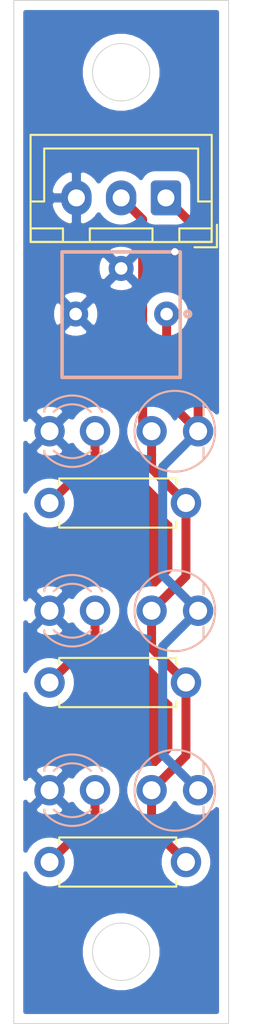
<source format=kicad_pcb>
(kicad_pcb (version 20171130) (host pcbnew "(5.1.8)-1")

  (general
    (thickness 1.6)
    (drawings 6)
    (tracks 30)
    (zones 0)
    (modules 11)
    (nets 7)
  )

  (page A4)
  (layers
    (0 F.Cu signal)
    (31 B.Cu signal)
    (32 B.Adhes user)
    (33 F.Adhes user)
    (34 B.Paste user)
    (35 F.Paste user)
    (36 B.SilkS user)
    (37 F.SilkS user)
    (38 B.Mask user)
    (39 F.Mask user)
    (40 Dwgs.User user)
    (41 Cmts.User user)
    (42 Eco1.User user)
    (43 Eco2.User user)
    (44 Edge.Cuts user)
    (45 Margin user)
    (46 B.CrtYd user)
    (47 F.CrtYd user)
    (48 B.Fab user)
    (49 F.Fab user)
  )

  (setup
    (last_trace_width 0.5)
    (user_trace_width 0.5)
    (trace_clearance 0.2)
    (zone_clearance 0.508)
    (zone_45_only no)
    (trace_min 0.2)
    (via_size 0.8)
    (via_drill 0.4)
    (via_min_size 0.4)
    (via_min_drill 0.3)
    (uvia_size 0.3)
    (uvia_drill 0.1)
    (uvias_allowed no)
    (uvia_min_size 0.2)
    (uvia_min_drill 0.1)
    (edge_width 0.05)
    (segment_width 0.2)
    (pcb_text_width 0.3)
    (pcb_text_size 1.5 1.5)
    (mod_edge_width 0.12)
    (mod_text_size 1 1)
    (mod_text_width 0.15)
    (pad_size 1.4 1.4)
    (pad_drill 0.7)
    (pad_to_mask_clearance 0)
    (aux_axis_origin 0 0)
    (visible_elements FFFFFF7F)
    (pcbplotparams
      (layerselection 0x010fc_ffffffff)
      (usegerberextensions false)
      (usegerberattributes true)
      (usegerberadvancedattributes true)
      (creategerberjobfile true)
      (excludeedgelayer true)
      (linewidth 0.100000)
      (plotframeref false)
      (viasonmask false)
      (mode 1)
      (useauxorigin false)
      (hpglpennumber 1)
      (hpglpenspeed 20)
      (hpglpendiameter 15.000000)
      (psnegative false)
      (psa4output false)
      (plotreference true)
      (plotvalue true)
      (plotinvisibletext false)
      (padsonsilk false)
      (subtractmaskfromsilk false)
      (outputformat 1)
      (mirror false)
      (drillshape 1)
      (scaleselection 1)
      (outputdirectory ""))
  )

  (net 0 "")
  (net 1 "Net-(D1-Pad1)")
  (net 2 "Net-(D1-Pad2)")
  (net 3 "Net-(D2-Pad2)")
  (net 4 "Net-(D3-Pad2)")
  (net 5 "Net-(J1-Pad1)")
  (net 6 "Net-(J1-Pad2)")

  (net_class Default "This is the default net class."
    (clearance 0.2)
    (trace_width 0.25)
    (via_dia 0.8)
    (via_drill 0.4)
    (uvia_dia 0.3)
    (uvia_drill 0.1)
    (add_net "Net-(D1-Pad1)")
    (add_net "Net-(D1-Pad2)")
    (add_net "Net-(D2-Pad2)")
    (add_net "Net-(D3-Pad2)")
    (add_net "Net-(J1-Pad1)")
    (add_net "Net-(J1-Pad2)")
  )

  (module LED_THT:LED_D3.0mm_Clear (layer B.Cu) (tedit 6091F221) (tstamp 609249EB)
    (at 122 128)
    (descr "IR-LED, diameter 3.0mm, 2 pins, color: clear")
    (tags "IR infrared LED diameter 3.0mm 2 pins clear")
    (path /6090405E)
    (fp_text reference D1 (at 1.27 2.96) (layer Cmts.User)
      (effects (font (size 1 1) (thickness 0.15)) (justify mirror))
    )
    (fp_text value LED (at 1.27 -2.96) (layer B.Fab)
      (effects (font (size 1 1) (thickness 0.15)) (justify mirror))
    )
    (fp_circle (center 1.27 0) (end 2.77 0) (layer B.Fab) (width 0.1))
    (fp_line (start 3.7 2.25) (end -1.15 2.25) (layer B.CrtYd) (width 0.05))
    (fp_line (start 3.7 -2.25) (end 3.7 2.25) (layer B.CrtYd) (width 0.05))
    (fp_line (start -1.15 -2.25) (end 3.7 -2.25) (layer B.CrtYd) (width 0.05))
    (fp_line (start -1.15 2.25) (end -1.15 -2.25) (layer B.CrtYd) (width 0.05))
    (fp_line (start -0.29 -1.08) (end -0.29 -1.236) (layer B.SilkS) (width 0.12))
    (fp_line (start -0.29 1.236) (end -0.29 1.08) (layer B.SilkS) (width 0.12))
    (fp_line (start -0.23 1.16619) (end -0.23 -1.16619) (layer B.Fab) (width 0.1))
    (fp_text user %R (at 1.47 0) (layer B.Fab)
      (effects (font (size 0.8 0.8) (thickness 0.12)) (justify mirror))
    )
    (fp_arc (start 1.27 0) (end -0.23 1.16619) (angle -284.3) (layer B.Fab) (width 0.1))
    (fp_arc (start 1.27 0) (end -0.29 1.235516) (angle -108.8) (layer B.SilkS) (width 0.12))
    (fp_arc (start 1.27 0) (end -0.29 -1.235516) (angle 108.8) (layer B.SilkS) (width 0.12))
    (fp_arc (start 1.27 0) (end 0.229039 1.08) (angle -87.9) (layer B.SilkS) (width 0.12))
    (fp_arc (start 1.27 0) (end 0.229039 -1.08) (angle 87.9) (layer B.SilkS) (width 0.12))
    (pad 1 thru_hole circle (at 0 0) (size 1.7 1.7) (drill 1) (layers *.Cu *.Mask)
      (net 1 "Net-(D1-Pad1)"))
    (pad 2 thru_hole circle (at 2.54 0) (size 1.7 1.7) (drill 1) (layers *.Cu *.Mask)
      (net 2 "Net-(D1-Pad2)"))
    (model ${KISYS3DMOD}/LED_THT.3dshapes/LED_D3.0mm_Clear.wrl
      (at (xyz 0 0 0))
      (scale (xyz 1 1 1))
      (rotate (xyz 0 0 0))
    )
  )

  (module LED_THT:LED_D3.0mm_Clear (layer B.Cu) (tedit 6091F25E) (tstamp 609249FF)
    (at 122 138)
    (descr "IR-LED, diameter 3.0mm, 2 pins, color: clear")
    (tags "IR infrared LED diameter 3.0mm 2 pins clear")
    (path /60905633)
    (fp_text reference D2 (at 1.27 2.96) (layer Cmts.User)
      (effects (font (size 1 1) (thickness 0.15)) (justify mirror))
    )
    (fp_text value LED (at 1.27 -2.96) (layer B.Fab)
      (effects (font (size 1 1) (thickness 0.15)) (justify mirror))
    )
    (fp_arc (start 1.27 0) (end 0.229039 -1.08) (angle 87.9) (layer B.SilkS) (width 0.12))
    (fp_arc (start 1.27 0) (end 0.229039 1.08) (angle -87.9) (layer B.SilkS) (width 0.12))
    (fp_arc (start 1.27 0) (end -0.29 -1.235516) (angle 108.8) (layer B.SilkS) (width 0.12))
    (fp_arc (start 1.27 0) (end -0.29 1.235516) (angle -108.8) (layer B.SilkS) (width 0.12))
    (fp_arc (start 1.27 0) (end -0.23 1.16619) (angle -284.3) (layer B.Fab) (width 0.1))
    (fp_text user %R (at 1.47 0) (layer B.Fab)
      (effects (font (size 0.8 0.8) (thickness 0.12)) (justify mirror))
    )
    (fp_line (start -0.23 1.16619) (end -0.23 -1.16619) (layer B.Fab) (width 0.1))
    (fp_line (start -0.29 1.236) (end -0.29 1.08) (layer B.SilkS) (width 0.12))
    (fp_line (start -0.29 -1.08) (end -0.29 -1.236) (layer B.SilkS) (width 0.12))
    (fp_line (start -1.15 2.25) (end -1.15 -2.25) (layer B.CrtYd) (width 0.05))
    (fp_line (start -1.15 -2.25) (end 3.7 -2.25) (layer B.CrtYd) (width 0.05))
    (fp_line (start 3.7 -2.25) (end 3.7 2.25) (layer B.CrtYd) (width 0.05))
    (fp_line (start 3.7 2.25) (end -1.15 2.25) (layer B.CrtYd) (width 0.05))
    (fp_circle (center 1.27 0) (end 2.77 0) (layer B.Fab) (width 0.1))
    (pad 2 thru_hole circle (at 2.54 0) (size 1.7 1.7) (drill 1) (layers *.Cu *.Mask)
      (net 3 "Net-(D2-Pad2)"))
    (pad 1 thru_hole circle (at 0 0) (size 1.7 1.7) (drill 1) (layers *.Cu *.Mask)
      (net 1 "Net-(D1-Pad1)"))
    (model ${KISYS3DMOD}/LED_THT.3dshapes/LED_D3.0mm_Clear.wrl
      (at (xyz 0 0 0))
      (scale (xyz 1 1 1))
      (rotate (xyz 0 0 0))
    )
  )

  (module LED_THT:LED_D3.0mm_Clear (layer B.Cu) (tedit 6091F28E) (tstamp 60924A13)
    (at 122 148)
    (descr "IR-LED, diameter 3.0mm, 2 pins, color: clear")
    (tags "IR infrared LED diameter 3.0mm 2 pins clear")
    (path /6093699B)
    (fp_text reference D3 (at 1.27 2.96) (layer Cmts.User)
      (effects (font (size 1 1) (thickness 0.15)) (justify mirror))
    )
    (fp_text value LED (at 1.27 -2.96) (layer B.Fab)
      (effects (font (size 1 1) (thickness 0.15)) (justify mirror))
    )
    (fp_circle (center 1.27 0) (end 2.77 0) (layer B.Fab) (width 0.1))
    (fp_line (start 3.7 2.25) (end -1.15 2.25) (layer B.CrtYd) (width 0.05))
    (fp_line (start 3.7 -2.25) (end 3.7 2.25) (layer B.CrtYd) (width 0.05))
    (fp_line (start -1.15 -2.25) (end 3.7 -2.25) (layer B.CrtYd) (width 0.05))
    (fp_line (start -1.15 2.25) (end -1.15 -2.25) (layer B.CrtYd) (width 0.05))
    (fp_line (start -0.29 -1.08) (end -0.29 -1.236) (layer B.SilkS) (width 0.12))
    (fp_line (start -0.29 1.236) (end -0.29 1.08) (layer B.SilkS) (width 0.12))
    (fp_line (start -0.23 1.16619) (end -0.23 -1.16619) (layer B.Fab) (width 0.1))
    (fp_text user %R (at 1.47 0) (layer B.Fab)
      (effects (font (size 0.8 0.8) (thickness 0.12)) (justify mirror))
    )
    (fp_arc (start 1.27 0) (end -0.23 1.16619) (angle -284.3) (layer B.Fab) (width 0.1))
    (fp_arc (start 1.27 0) (end -0.29 1.235516) (angle -108.8) (layer B.SilkS) (width 0.12))
    (fp_arc (start 1.27 0) (end -0.29 -1.235516) (angle 108.8) (layer B.SilkS) (width 0.12))
    (fp_arc (start 1.27 0) (end 0.229039 1.08) (angle -87.9) (layer B.SilkS) (width 0.12))
    (fp_arc (start 1.27 0) (end 0.229039 -1.08) (angle 87.9) (layer B.SilkS) (width 0.12))
    (pad 1 thru_hole circle (at 0 0) (size 1.7 1.7) (drill 1) (layers *.Cu *.Mask)
      (net 1 "Net-(D1-Pad1)"))
    (pad 2 thru_hole circle (at 2.54 0) (size 1.7 1.7) (drill 1) (layers *.Cu *.Mask)
      (net 4 "Net-(D3-Pad2)"))
    (model ${KISYS3DMOD}/LED_THT.3dshapes/LED_D3.0mm_Clear.wrl
      (at (xyz 0 0 0))
      (scale (xyz 1 1 1))
      (rotate (xyz 0 0 0))
    )
  )

  (module Connector_JST:JST_XH_B3B-XH-A_1x03_P2.50mm_Vertical (layer F.Cu) (tedit 5C28146C) (tstamp 60924A3D)
    (at 128.5 115 180)
    (descr "JST XH series connector, B3B-XH-A (http://www.jst-mfg.com/product/pdf/eng/eXH.pdf), generated with kicad-footprint-generator")
    (tags "connector JST XH vertical")
    (path /60908B7C)
    (fp_text reference J1 (at 2.5 -3.55) (layer Cmts.User)
      (effects (font (size 1 1) (thickness 0.15)))
    )
    (fp_text value Conn_01x03_Male (at 2.5 4.6) (layer F.Fab)
      (effects (font (size 1 1) (thickness 0.15)))
    )
    (fp_line (start -2.85 -2.75) (end -2.85 -1.5) (layer F.SilkS) (width 0.12))
    (fp_line (start -1.6 -2.75) (end -2.85 -2.75) (layer F.SilkS) (width 0.12))
    (fp_line (start 6.8 2.75) (end 2.5 2.75) (layer F.SilkS) (width 0.12))
    (fp_line (start 6.8 -0.2) (end 6.8 2.75) (layer F.SilkS) (width 0.12))
    (fp_line (start 7.55 -0.2) (end 6.8 -0.2) (layer F.SilkS) (width 0.12))
    (fp_line (start -1.8 2.75) (end 2.5 2.75) (layer F.SilkS) (width 0.12))
    (fp_line (start -1.8 -0.2) (end -1.8 2.75) (layer F.SilkS) (width 0.12))
    (fp_line (start -2.55 -0.2) (end -1.8 -0.2) (layer F.SilkS) (width 0.12))
    (fp_line (start 7.55 -2.45) (end 5.75 -2.45) (layer F.SilkS) (width 0.12))
    (fp_line (start 7.55 -1.7) (end 7.55 -2.45) (layer F.SilkS) (width 0.12))
    (fp_line (start 5.75 -1.7) (end 7.55 -1.7) (layer F.SilkS) (width 0.12))
    (fp_line (start 5.75 -2.45) (end 5.75 -1.7) (layer F.SilkS) (width 0.12))
    (fp_line (start -0.75 -2.45) (end -2.55 -2.45) (layer F.SilkS) (width 0.12))
    (fp_line (start -0.75 -1.7) (end -0.75 -2.45) (layer F.SilkS) (width 0.12))
    (fp_line (start -2.55 -1.7) (end -0.75 -1.7) (layer F.SilkS) (width 0.12))
    (fp_line (start -2.55 -2.45) (end -2.55 -1.7) (layer F.SilkS) (width 0.12))
    (fp_line (start 4.25 -2.45) (end 0.75 -2.45) (layer F.SilkS) (width 0.12))
    (fp_line (start 4.25 -1.7) (end 4.25 -2.45) (layer F.SilkS) (width 0.12))
    (fp_line (start 0.75 -1.7) (end 4.25 -1.7) (layer F.SilkS) (width 0.12))
    (fp_line (start 0.75 -2.45) (end 0.75 -1.7) (layer F.SilkS) (width 0.12))
    (fp_line (start 0 -1.35) (end 0.625 -2.35) (layer F.Fab) (width 0.1))
    (fp_line (start -0.625 -2.35) (end 0 -1.35) (layer F.Fab) (width 0.1))
    (fp_line (start 7.95 -2.85) (end -2.95 -2.85) (layer F.CrtYd) (width 0.05))
    (fp_line (start 7.95 3.9) (end 7.95 -2.85) (layer F.CrtYd) (width 0.05))
    (fp_line (start -2.95 3.9) (end 7.95 3.9) (layer F.CrtYd) (width 0.05))
    (fp_line (start -2.95 -2.85) (end -2.95 3.9) (layer F.CrtYd) (width 0.05))
    (fp_line (start 7.56 -2.46) (end -2.56 -2.46) (layer F.SilkS) (width 0.12))
    (fp_line (start 7.56 3.51) (end 7.56 -2.46) (layer F.SilkS) (width 0.12))
    (fp_line (start -2.56 3.51) (end 7.56 3.51) (layer F.SilkS) (width 0.12))
    (fp_line (start -2.56 -2.46) (end -2.56 3.51) (layer F.SilkS) (width 0.12))
    (fp_line (start 7.45 -2.35) (end -2.45 -2.35) (layer F.Fab) (width 0.1))
    (fp_line (start 7.45 3.4) (end 7.45 -2.35) (layer F.Fab) (width 0.1))
    (fp_line (start -2.45 3.4) (end 7.45 3.4) (layer F.Fab) (width 0.1))
    (fp_line (start -2.45 -2.35) (end -2.45 3.4) (layer F.Fab) (width 0.1))
    (fp_text user %R (at 2.5 2.7) (layer F.Fab)
      (effects (font (size 1 1) (thickness 0.15)))
    )
    (pad 1 thru_hole roundrect (at 0 0 180) (size 1.7 1.95) (drill 0.95) (layers *.Cu *.Mask) (roundrect_rratio 0.147059)
      (net 5 "Net-(J1-Pad1)"))
    (pad 2 thru_hole oval (at 2.5 0 180) (size 1.7 1.95) (drill 0.95) (layers *.Cu *.Mask)
      (net 6 "Net-(J1-Pad2)"))
    (pad 3 thru_hole oval (at 5 0 180) (size 1.7 1.95) (drill 0.95) (layers *.Cu *.Mask)
      (net 1 "Net-(D1-Pad1)"))
    (model ${KISYS3DMOD}/Connector_JST.3dshapes/JST_XH_B3B-XH-A_1x03_P2.50mm_Vertical.wrl
      (at (xyz 0 0 0))
      (scale (xyz 1 1 1))
      (rotate (xyz 0 0 0))
    )
  )

  (module NJL7502L:NJL7502L (layer B.Cu) (tedit 60908D57) (tstamp 60924A46)
    (at 129 128)
    (path /608FE2AD)
    (fp_text reference Q1 (at 0.2 3) (layer Cmts.User)
      (effects (font (size 1 1) (thickness 0.15)) (justify mirror))
    )
    (fp_text value Q_Photo_NPN (at 0 4.3) (layer B.Fab)
      (effects (font (size 1 1) (thickness 0.15)) (justify mirror))
    )
    (fp_line (start 1.6 -1.5) (end 1.6 -0.9) (layer B.SilkS) (width 0.12))
    (fp_line (start 1.6 1.5) (end 1.6 0.9) (layer B.SilkS) (width 0.12))
    (fp_circle (center 0 0) (end 2.25 0) (layer B.SilkS) (width 0.12))
    (pad 2 thru_hole circle (at 1.3 0) (size 1.7 1.7) (drill 1) (layers *.Cu *.Mask)
      (net 5 "Net-(J1-Pad1)"))
    (pad 1 thru_hole circle (at -1.3 0) (size 1.7 1.7) (drill 1) (layers *.Cu *.Mask)
      (net 6 "Net-(J1-Pad2)"))
  )

  (module NJL7502L:NJL7502L (layer B.Cu) (tedit 60908D57) (tstamp 60924A4F)
    (at 129 138)
    (path /608FF5D7)
    (fp_text reference Q2 (at 0.2 3) (layer Cmts.User)
      (effects (font (size 1 1) (thickness 0.15)) (justify mirror))
    )
    (fp_text value Q_Photo_NPN (at 0 4.3) (layer B.Fab)
      (effects (font (size 1 1) (thickness 0.15)) (justify mirror))
    )
    (fp_circle (center 0 0) (end 2.25 0) (layer B.SilkS) (width 0.12))
    (fp_line (start 1.6 1.5) (end 1.6 0.9) (layer B.SilkS) (width 0.12))
    (fp_line (start 1.6 -1.5) (end 1.6 -0.9) (layer B.SilkS) (width 0.12))
    (pad 1 thru_hole circle (at -1.3 0) (size 1.7 1.7) (drill 1) (layers *.Cu *.Mask)
      (net 6 "Net-(J1-Pad2)"))
    (pad 2 thru_hole circle (at 1.3 0) (size 1.7 1.7) (drill 1) (layers *.Cu *.Mask)
      (net 5 "Net-(J1-Pad1)"))
  )

  (module NJL7502L:NJL7502L (layer B.Cu) (tedit 60908D57) (tstamp 60924A58)
    (at 129 148)
    (path /6093698F)
    (fp_text reference Q3 (at 0.2 3) (layer Cmts.User)
      (effects (font (size 1 1) (thickness 0.15)) (justify mirror))
    )
    (fp_text value Q_Photo_NPN (at 0 4.3) (layer B.Fab)
      (effects (font (size 1 1) (thickness 0.15)) (justify mirror))
    )
    (fp_line (start 1.6 -1.5) (end 1.6 -0.9) (layer B.SilkS) (width 0.12))
    (fp_line (start 1.6 1.5) (end 1.6 0.9) (layer B.SilkS) (width 0.12))
    (fp_circle (center 0 0) (end 2.25 0) (layer B.SilkS) (width 0.12))
    (pad 2 thru_hole circle (at 1.3 0) (size 1.7 1.7) (drill 1) (layers *.Cu *.Mask)
      (net 5 "Net-(J1-Pad1)"))
    (pad 1 thru_hole circle (at -1.3 0) (size 1.7 1.7) (drill 1) (layers *.Cu *.Mask)
      (net 6 "Net-(J1-Pad2)"))
  )

  (module Resistor_THT:R_Axial_DIN0207_L6.3mm_D2.5mm_P7.62mm_Horizontal (layer F.Cu) (tedit 6091F244) (tstamp 60924A6F)
    (at 122 132)
    (descr "Resistor, Axial_DIN0207 series, Axial, Horizontal, pin pitch=7.62mm, 0.25W = 1/4W, length*diameter=6.3*2.5mm^2, http://cdn-reichelt.de/documents/datenblatt/B400/1_4W%23YAG.pdf")
    (tags "Resistor Axial_DIN0207 series Axial Horizontal pin pitch 7.62mm 0.25W = 1/4W length 6.3mm diameter 2.5mm")
    (path /6090C669)
    (fp_text reference R1 (at 3.81 -2.37) (layer Cmts.User)
      (effects (font (size 1 1) (thickness 0.15)))
    )
    (fp_text value R (at 3.81 2.37) (layer F.Fab)
      (effects (font (size 1 1) (thickness 0.15)))
    )
    (fp_line (start 8.67 -1.5) (end -1.05 -1.5) (layer F.CrtYd) (width 0.05))
    (fp_line (start 8.67 1.5) (end 8.67 -1.5) (layer F.CrtYd) (width 0.05))
    (fp_line (start -1.05 1.5) (end 8.67 1.5) (layer F.CrtYd) (width 0.05))
    (fp_line (start -1.05 -1.5) (end -1.05 1.5) (layer F.CrtYd) (width 0.05))
    (fp_line (start 7.08 1.37) (end 7.08 1.04) (layer F.SilkS) (width 0.12))
    (fp_line (start 0.54 1.37) (end 7.08 1.37) (layer F.SilkS) (width 0.12))
    (fp_line (start 0.54 1.04) (end 0.54 1.37) (layer F.SilkS) (width 0.12))
    (fp_line (start 7.08 -1.37) (end 7.08 -1.04) (layer F.SilkS) (width 0.12))
    (fp_line (start 0.54 -1.37) (end 7.08 -1.37) (layer F.SilkS) (width 0.12))
    (fp_line (start 0.54 -1.04) (end 0.54 -1.37) (layer F.SilkS) (width 0.12))
    (fp_line (start 7.62 0) (end 6.96 0) (layer F.Fab) (width 0.1))
    (fp_line (start 0 0) (end 0.66 0) (layer F.Fab) (width 0.1))
    (fp_line (start 6.96 -1.25) (end 0.66 -1.25) (layer F.Fab) (width 0.1))
    (fp_line (start 6.96 1.25) (end 6.96 -1.25) (layer F.Fab) (width 0.1))
    (fp_line (start 0.66 1.25) (end 6.96 1.25) (layer F.Fab) (width 0.1))
    (fp_line (start 0.66 -1.25) (end 0.66 1.25) (layer F.Fab) (width 0.1))
    (fp_text user %R (at 3.81 0) (layer F.Fab)
      (effects (font (size 1 1) (thickness 0.15)))
    )
    (pad 1 thru_hole circle (at 0 0) (size 1.7 1.7) (drill 1) (layers *.Cu *.Mask)
      (net 2 "Net-(D1-Pad2)"))
    (pad 2 thru_hole circle (at 7.62 0) (size 1.7 1.7) (drill 1) (layers *.Cu *.Mask)
      (net 6 "Net-(J1-Pad2)"))
    (model ${KISYS3DMOD}/Resistor_THT.3dshapes/R_Axial_DIN0207_L6.3mm_D2.5mm_P7.62mm_Horizontal.wrl
      (at (xyz 0 0 0))
      (scale (xyz 1 1 1))
      (rotate (xyz 0 0 0))
    )
  )

  (module Resistor_THT:R_Axial_DIN0207_L6.3mm_D2.5mm_P7.62mm_Horizontal (layer F.Cu) (tedit 6091F274) (tstamp 60924A86)
    (at 122 142)
    (descr "Resistor, Axial_DIN0207 series, Axial, Horizontal, pin pitch=7.62mm, 0.25W = 1/4W, length*diameter=6.3*2.5mm^2, http://cdn-reichelt.de/documents/datenblatt/B400/1_4W%23YAG.pdf")
    (tags "Resistor Axial_DIN0207 series Axial Horizontal pin pitch 7.62mm 0.25W = 1/4W length 6.3mm diameter 2.5mm")
    (path /6090D60E)
    (fp_text reference R2 (at 3.81 -2.37) (layer Cmts.User)
      (effects (font (size 1 1) (thickness 0.15)))
    )
    (fp_text value R (at 3.81 2.37) (layer F.Fab)
      (effects (font (size 1 1) (thickness 0.15)))
    )
    (fp_text user %R (at 4 0) (layer F.Fab)
      (effects (font (size 1 1) (thickness 0.15)))
    )
    (fp_line (start 0.66 -1.25) (end 0.66 1.25) (layer F.Fab) (width 0.1))
    (fp_line (start 0.66 1.25) (end 6.96 1.25) (layer F.Fab) (width 0.1))
    (fp_line (start 6.96 1.25) (end 6.96 -1.25) (layer F.Fab) (width 0.1))
    (fp_line (start 6.96 -1.25) (end 0.66 -1.25) (layer F.Fab) (width 0.1))
    (fp_line (start 0 0) (end 0.66 0) (layer F.Fab) (width 0.1))
    (fp_line (start 7.62 0) (end 6.96 0) (layer F.Fab) (width 0.1))
    (fp_line (start 0.54 -1.04) (end 0.54 -1.37) (layer F.SilkS) (width 0.12))
    (fp_line (start 0.54 -1.37) (end 7.08 -1.37) (layer F.SilkS) (width 0.12))
    (fp_line (start 7.08 -1.37) (end 7.08 -1.04) (layer F.SilkS) (width 0.12))
    (fp_line (start 0.54 1.04) (end 0.54 1.37) (layer F.SilkS) (width 0.12))
    (fp_line (start 0.54 1.37) (end 7.08 1.37) (layer F.SilkS) (width 0.12))
    (fp_line (start 7.08 1.37) (end 7.08 1.04) (layer F.SilkS) (width 0.12))
    (fp_line (start -1.05 -1.5) (end -1.05 1.5) (layer F.CrtYd) (width 0.05))
    (fp_line (start -1.05 1.5) (end 8.67 1.5) (layer F.CrtYd) (width 0.05))
    (fp_line (start 8.67 1.5) (end 8.67 -1.5) (layer F.CrtYd) (width 0.05))
    (fp_line (start 8.67 -1.5) (end -1.05 -1.5) (layer F.CrtYd) (width 0.05))
    (pad 2 thru_hole circle (at 7.62 0) (size 1.7 1.7) (drill 1) (layers *.Cu *.Mask)
      (net 6 "Net-(J1-Pad2)"))
    (pad 1 thru_hole circle (at 0 0) (size 1.7 1.7) (drill 1) (layers *.Cu *.Mask)
      (net 3 "Net-(D2-Pad2)"))
    (model ${KISYS3DMOD}/Resistor_THT.3dshapes/R_Axial_DIN0207_L6.3mm_D2.5mm_P7.62mm_Horizontal.wrl
      (at (xyz 0 0 0))
      (scale (xyz 1 1 1))
      (rotate (xyz 0 0 0))
    )
  )

  (module Resistor_THT:R_Axial_DIN0207_L6.3mm_D2.5mm_P7.62mm_Horizontal (layer F.Cu) (tedit 6091F2A6) (tstamp 60924A9D)
    (at 122 152)
    (descr "Resistor, Axial_DIN0207 series, Axial, Horizontal, pin pitch=7.62mm, 0.25W = 1/4W, length*diameter=6.3*2.5mm^2, http://cdn-reichelt.de/documents/datenblatt/B400/1_4W%23YAG.pdf")
    (tags "Resistor Axial_DIN0207 series Axial Horizontal pin pitch 7.62mm 0.25W = 1/4W length 6.3mm diameter 2.5mm")
    (path /609369AD)
    (fp_text reference R3 (at 3.81 -2.37) (layer Cmts.User)
      (effects (font (size 1 1) (thickness 0.15)))
    )
    (fp_text value R (at 3.81 2.37) (layer F.Fab)
      (effects (font (size 1 1) (thickness 0.15)))
    )
    (fp_line (start 8.67 -1.5) (end -1.05 -1.5) (layer F.CrtYd) (width 0.05))
    (fp_line (start 8.67 1.5) (end 8.67 -1.5) (layer F.CrtYd) (width 0.05))
    (fp_line (start -1.05 1.5) (end 8.67 1.5) (layer F.CrtYd) (width 0.05))
    (fp_line (start -1.05 -1.5) (end -1.05 1.5) (layer F.CrtYd) (width 0.05))
    (fp_line (start 7.08 1.37) (end 7.08 1.04) (layer F.SilkS) (width 0.12))
    (fp_line (start 0.54 1.37) (end 7.08 1.37) (layer F.SilkS) (width 0.12))
    (fp_line (start 0.54 1.04) (end 0.54 1.37) (layer F.SilkS) (width 0.12))
    (fp_line (start 7.08 -1.37) (end 7.08 -1.04) (layer F.SilkS) (width 0.12))
    (fp_line (start 0.54 -1.37) (end 7.08 -1.37) (layer F.SilkS) (width 0.12))
    (fp_line (start 0.54 -1.04) (end 0.54 -1.37) (layer F.SilkS) (width 0.12))
    (fp_line (start 7.62 0) (end 6.96 0) (layer F.Fab) (width 0.1))
    (fp_line (start 0 0) (end 0.66 0) (layer F.Fab) (width 0.1))
    (fp_line (start 6.96 -1.25) (end 0.66 -1.25) (layer F.Fab) (width 0.1))
    (fp_line (start 6.96 1.25) (end 6.96 -1.25) (layer F.Fab) (width 0.1))
    (fp_line (start 0.66 1.25) (end 6.96 1.25) (layer F.Fab) (width 0.1))
    (fp_line (start 0.66 -1.25) (end 0.66 1.25) (layer F.Fab) (width 0.1))
    (fp_text user %R (at 3.81 0) (layer F.Fab)
      (effects (font (size 1 1) (thickness 0.15)))
    )
    (pad 1 thru_hole circle (at 0 0) (size 1.7 1.7) (drill 1) (layers *.Cu *.Mask)
      (net 4 "Net-(D3-Pad2)"))
    (pad 2 thru_hole circle (at 7.62 0) (size 1.7 1.7) (drill 1) (layers *.Cu *.Mask)
      (net 6 "Net-(J1-Pad2)"))
    (model ${KISYS3DMOD}/Resistor_THT.3dshapes/R_Axial_DIN0207_L6.3mm_D2.5mm_P7.62mm_Horizontal.wrl
      (at (xyz 0 0 0))
      (scale (xyz 1 1 1))
      (rotate (xyz 0 0 0))
    )
  )

  (module SamacSys_Parts:3362P_1 (layer B.Cu) (tedit 6091F2DA) (tstamp 60924AAE)
    (at 126 125 180)
    (descr 3362P)
    (tags Resistor)
    (path /6090F75E)
    (fp_text reference R4 (at -0.36821 2.74963) (layer Cmts.User)
      (effects (font (size 1.27 1.27) (thickness 0.254)) (justify mirror))
    )
    (fp_text value 3362P-1-203LF (at -0.36821 2.74963) (layer B.SilkS) hide
      (effects (font (size 1.27 1.27) (thickness 0.254)) (justify mirror))
    )
    (fp_circle (center -3.722 3.532) (end -3.722 3.475) (layer B.SilkS) (width 0.2))
    (fp_line (start 3.3 6.99) (end -3.3 6.99) (layer B.SilkS) (width 0.2))
    (fp_line (start 3.3 0) (end 3.3 6.99) (layer B.SilkS) (width 0.2))
    (fp_line (start -3.3 0) (end 3.3 0) (layer B.SilkS) (width 0.2))
    (fp_line (start -3.3 6.99) (end -3.3 0) (layer B.SilkS) (width 0.2))
    (fp_line (start -3.3 0) (end -3.3 6.99) (layer B.Fab) (width 0.2))
    (fp_line (start 3.3 0) (end -3.3 0) (layer B.Fab) (width 0.2))
    (fp_line (start 3.3 6.99) (end 3.3 0) (layer B.Fab) (width 0.2))
    (fp_line (start -3.3 6.99) (end 3.3 6.99) (layer B.Fab) (width 0.2))
    (fp_text user %R (at -0.36821 2.74963) (layer B.Fab)
      (effects (font (size 1.27 1.27) (thickness 0.254)) (justify mirror))
    )
    (pad 1 thru_hole circle (at -2.54 3.53 180) (size 1.4 1.4) (drill 0.7) (layers *.Cu *.Mask)
      (net 5 "Net-(J1-Pad1)"))
    (pad 2 thru_hole circle (at 0 6.07 180) (size 1.4 1.4) (drill 0.7) (layers *.Cu *.Mask)
      (net 1 "Net-(D1-Pad1)"))
    (pad 3 thru_hole circle (at 2.54 3.53 180) (size 1.4 1.4) (drill 0.7) (layers *.Cu *.Mask)
      (net 1 "Net-(D1-Pad1)"))
    (model "C:\\Users\\Mitsuyoshi Sugaya\\Documents\\kicad\\SamacSys_Parts.3dshapes\\3362P-1-203LF.stp"
      (at (xyz 0 0 0))
      (scale (xyz 1 1 1))
      (rotate (xyz 0 0 0))
    )
  )

  (gr_circle (center 126 157) (end 126 155.4) (layer Edge.Cuts) (width 0.05))
  (gr_circle (center 126 108) (end 126 106.4) (layer Edge.Cuts) (width 0.05))
  (gr_line (start 132 104) (end 120 104) (layer Edge.Cuts) (width 0.05) (tstamp 6092483F))
  (gr_line (start 132 161) (end 132 104) (layer Edge.Cuts) (width 0.05))
  (gr_line (start 120 161) (end 132 161) (layer Edge.Cuts) (width 0.05))
  (gr_line (start 120 104) (end 120 161) (layer Edge.Cuts) (width 0.05))

  (via (at 129 118) (size 0.8) (drill 0.4) (layers F.Cu B.Cu) (net 1))
  (segment (start 124.54 129.46) (end 122 132) (width 0.5) (layer F.Cu) (net 2))
  (segment (start 124.54 128) (end 124.54 129.46) (width 0.5) (layer F.Cu) (net 2))
  (segment (start 124.54 139.46) (end 122 142) (width 0.5) (layer F.Cu) (net 3))
  (segment (start 124.54 138) (end 124.54 139.46) (width 0.5) (layer F.Cu) (net 3))
  (segment (start 124.54 149.46) (end 122 152) (width 0.5) (layer F.Cu) (net 4))
  (segment (start 124.54 148) (end 124.54 149.46) (width 0.5) (layer F.Cu) (net 4))
  (segment (start 128.319999 139.980001) (end 130.3 138) (width 0.5) (layer B.Cu) (net 5))
  (segment (start 128.319999 146.019999) (end 128.319999 139.980001) (width 0.5) (layer B.Cu) (net 5))
  (segment (start 130.3 148) (end 128.319999 146.019999) (width 0.5) (layer B.Cu) (net 5))
  (segment (start 128.319999 129.980001) (end 130.3 128) (width 0.5) (layer B.Cu) (net 5))
  (segment (start 128.319999 136.019999) (end 128.319999 129.980001) (width 0.5) (layer B.Cu) (net 5))
  (segment (start 130.3 138) (end 128.319999 136.019999) (width 0.5) (layer B.Cu) (net 5))
  (segment (start 128.54 126.24) (end 130.3 128) (width 0.5) (layer F.Cu) (net 5))
  (segment (start 128.54 121.47) (end 128.54 126.24) (width 0.5) (layer F.Cu) (net 5))
  (segment (start 130.3 116.8) (end 128.5 115) (width 0.5) (layer F.Cu) (net 5))
  (segment (start 130.3 128) (end 130.3 116.8) (width 0.5) (layer F.Cu) (net 5))
  (segment (start 127.7 130.08) (end 129.62 132) (width 0.5) (layer F.Cu) (net 6))
  (segment (start 127.7 128) (end 127.7 130.08) (width 0.5) (layer F.Cu) (net 6))
  (segment (start 129.62 136.08) (end 127.7 138) (width 0.5) (layer F.Cu) (net 6))
  (segment (start 129.62 132) (end 129.62 136.08) (width 0.5) (layer F.Cu) (net 6))
  (segment (start 127.7 140.08) (end 129.62 142) (width 0.5) (layer F.Cu) (net 6))
  (segment (start 127.7 138) (end 127.7 140.08) (width 0.5) (layer F.Cu) (net 6))
  (segment (start 129.62 146.08) (end 127.7 148) (width 0.5) (layer F.Cu) (net 6))
  (segment (start 129.62 142) (end 129.62 146.08) (width 0.5) (layer F.Cu) (net 6))
  (segment (start 127.7 150.08) (end 129.62 152) (width 0.5) (layer F.Cu) (net 6))
  (segment (start 127.7 148) (end 127.7 150.08) (width 0.5) (layer F.Cu) (net 6))
  (segment (start 127.19999 116.19999) (end 126 115) (width 0.5) (layer F.Cu) (net 6))
  (segment (start 127.19999 127.49999) (end 127.19999 116.19999) (width 0.5) (layer F.Cu) (net 6))
  (segment (start 127.7 128) (end 127.19999 127.49999) (width 0.5) (layer F.Cu) (net 6))

  (zone (net 1) (net_name "Net-(D1-Pad1)") (layer B.Cu) (tstamp 0) (hatch edge 0.508)
    (connect_pads (clearance 0.508))
    (min_thickness 0.254)
    (fill yes (arc_segments 32) (thermal_gap 0.508) (thermal_bridge_width 0.508))
    (polygon
      (pts
        (xy 132 161) (xy 120 161) (xy 120 104) (xy 132 104)
      )
    )
    (filled_polygon
      (pts
        (xy 131.340001 126.939894) (xy 131.246632 126.846525) (xy 131.003411 126.68401) (xy 130.733158 126.572068) (xy 130.44626 126.515)
        (xy 130.15374 126.515) (xy 129.866842 126.572068) (xy 129.596589 126.68401) (xy 129.353368 126.846525) (xy 129.146525 127.053368)
        (xy 129 127.272658) (xy 128.853475 127.053368) (xy 128.646632 126.846525) (xy 128.403411 126.68401) (xy 128.133158 126.572068)
        (xy 127.84626 126.515) (xy 127.55374 126.515) (xy 127.266842 126.572068) (xy 126.996589 126.68401) (xy 126.753368 126.846525)
        (xy 126.546525 127.053368) (xy 126.38401 127.296589) (xy 126.272068 127.566842) (xy 126.215 127.85374) (xy 126.215 128.14626)
        (xy 126.272068 128.433158) (xy 126.38401 128.703411) (xy 126.546525 128.946632) (xy 126.753368 129.153475) (xy 126.996589 129.31599)
        (xy 127.266842 129.427932) (xy 127.55374 129.485) (xy 127.581362 129.485) (xy 127.580589 129.485942) (xy 127.498411 129.639688)
        (xy 127.447804 129.806511) (xy 127.430718 129.980001) (xy 127.435 130.02348) (xy 127.434999 135.97653) (xy 127.430718 136.019999)
        (xy 127.434999 136.063468) (xy 127.434999 136.063475) (xy 127.447804 136.193488) (xy 127.49841 136.360311) (xy 127.580588 136.514057)
        (xy 127.581362 136.515) (xy 127.55374 136.515) (xy 127.266842 136.572068) (xy 126.996589 136.68401) (xy 126.753368 136.846525)
        (xy 126.546525 137.053368) (xy 126.38401 137.296589) (xy 126.272068 137.566842) (xy 126.215 137.85374) (xy 126.215 138.14626)
        (xy 126.272068 138.433158) (xy 126.38401 138.703411) (xy 126.546525 138.946632) (xy 126.753368 139.153475) (xy 126.996589 139.31599)
        (xy 127.266842 139.427932) (xy 127.55374 139.485) (xy 127.581362 139.485) (xy 127.580589 139.485942) (xy 127.498411 139.639688)
        (xy 127.447804 139.806511) (xy 127.430718 139.980001) (xy 127.435 140.02348) (xy 127.434999 145.97653) (xy 127.430718 146.019999)
        (xy 127.434999 146.063468) (xy 127.434999 146.063475) (xy 127.447804 146.193488) (xy 127.49841 146.360311) (xy 127.580588 146.514057)
        (xy 127.581362 146.515) (xy 127.55374 146.515) (xy 127.266842 146.572068) (xy 126.996589 146.68401) (xy 126.753368 146.846525)
        (xy 126.546525 147.053368) (xy 126.38401 147.296589) (xy 126.272068 147.566842) (xy 126.215 147.85374) (xy 126.215 148.14626)
        (xy 126.272068 148.433158) (xy 126.38401 148.703411) (xy 126.546525 148.946632) (xy 126.753368 149.153475) (xy 126.996589 149.31599)
        (xy 127.266842 149.427932) (xy 127.55374 149.485) (xy 127.84626 149.485) (xy 128.133158 149.427932) (xy 128.403411 149.31599)
        (xy 128.646632 149.153475) (xy 128.853475 148.946632) (xy 129 148.727342) (xy 129.146525 148.946632) (xy 129.353368 149.153475)
        (xy 129.596589 149.31599) (xy 129.866842 149.427932) (xy 130.15374 149.485) (xy 130.44626 149.485) (xy 130.733158 149.427932)
        (xy 131.003411 149.31599) (xy 131.246632 149.153475) (xy 131.34 149.060107) (xy 131.34 160.34) (xy 120.66 160.34)
        (xy 120.66 156.776521) (xy 123.730979 156.776521) (xy 123.730979 157.223479) (xy 123.818176 157.661849) (xy 123.98922 158.074785)
        (xy 124.237536 158.446417) (xy 124.553583 158.762464) (xy 124.925215 159.01078) (xy 125.338151 159.181824) (xy 125.776521 159.269021)
        (xy 126.223479 159.269021) (xy 126.661849 159.181824) (xy 127.074785 159.01078) (xy 127.446417 158.762464) (xy 127.762464 158.446417)
        (xy 128.01078 158.074785) (xy 128.181824 157.661849) (xy 128.269021 157.223479) (xy 128.269021 156.776521) (xy 128.181824 156.338151)
        (xy 128.01078 155.925215) (xy 127.762464 155.553583) (xy 127.446417 155.237536) (xy 127.074785 154.98922) (xy 126.661849 154.818176)
        (xy 126.223479 154.730979) (xy 125.776521 154.730979) (xy 125.338151 154.818176) (xy 124.925215 154.98922) (xy 124.553583 155.237536)
        (xy 124.237536 155.553583) (xy 123.98922 155.925215) (xy 123.818176 156.338151) (xy 123.730979 156.776521) (xy 120.66 156.776521)
        (xy 120.66 152.645445) (xy 120.68401 152.703411) (xy 120.846525 152.946632) (xy 121.053368 153.153475) (xy 121.296589 153.31599)
        (xy 121.566842 153.427932) (xy 121.85374 153.485) (xy 122.14626 153.485) (xy 122.433158 153.427932) (xy 122.703411 153.31599)
        (xy 122.946632 153.153475) (xy 123.153475 152.946632) (xy 123.31599 152.703411) (xy 123.427932 152.433158) (xy 123.485 152.14626)
        (xy 123.485 151.85374) (xy 128.135 151.85374) (xy 128.135 152.14626) (xy 128.192068 152.433158) (xy 128.30401 152.703411)
        (xy 128.466525 152.946632) (xy 128.673368 153.153475) (xy 128.916589 153.31599) (xy 129.186842 153.427932) (xy 129.47374 153.485)
        (xy 129.76626 153.485) (xy 130.053158 153.427932) (xy 130.323411 153.31599) (xy 130.566632 153.153475) (xy 130.773475 152.946632)
        (xy 130.93599 152.703411) (xy 131.047932 152.433158) (xy 131.105 152.14626) (xy 131.105 151.85374) (xy 131.047932 151.566842)
        (xy 130.93599 151.296589) (xy 130.773475 151.053368) (xy 130.566632 150.846525) (xy 130.323411 150.68401) (xy 130.053158 150.572068)
        (xy 129.76626 150.515) (xy 129.47374 150.515) (xy 129.186842 150.572068) (xy 128.916589 150.68401) (xy 128.673368 150.846525)
        (xy 128.466525 151.053368) (xy 128.30401 151.296589) (xy 128.192068 151.566842) (xy 128.135 151.85374) (xy 123.485 151.85374)
        (xy 123.427932 151.566842) (xy 123.31599 151.296589) (xy 123.153475 151.053368) (xy 122.946632 150.846525) (xy 122.703411 150.68401)
        (xy 122.433158 150.572068) (xy 122.14626 150.515) (xy 121.85374 150.515) (xy 121.566842 150.572068) (xy 121.296589 150.68401)
        (xy 121.053368 150.846525) (xy 120.846525 151.053368) (xy 120.68401 151.296589) (xy 120.66 151.354555) (xy 120.66 149.028397)
        (xy 121.151208 149.028397) (xy 121.228843 149.277472) (xy 121.492883 149.403371) (xy 121.776411 149.475339) (xy 122.068531 149.490611)
        (xy 122.358019 149.448599) (xy 122.633747 149.350919) (xy 122.771157 149.277472) (xy 122.848792 149.028397) (xy 122 148.179605)
        (xy 121.151208 149.028397) (xy 120.66 149.028397) (xy 120.66 148.654175) (xy 120.722528 148.771157) (xy 120.971603 148.848792)
        (xy 121.820395 148) (xy 122.179605 148) (xy 123.028397 148.848792) (xy 123.270689 148.773271) (xy 123.386525 148.946632)
        (xy 123.593368 149.153475) (xy 123.836589 149.31599) (xy 124.106842 149.427932) (xy 124.39374 149.485) (xy 124.68626 149.485)
        (xy 124.973158 149.427932) (xy 125.243411 149.31599) (xy 125.486632 149.153475) (xy 125.693475 148.946632) (xy 125.85599 148.703411)
        (xy 125.967932 148.433158) (xy 126.025 148.14626) (xy 126.025 147.85374) (xy 125.967932 147.566842) (xy 125.85599 147.296589)
        (xy 125.693475 147.053368) (xy 125.486632 146.846525) (xy 125.243411 146.68401) (xy 124.973158 146.572068) (xy 124.68626 146.515)
        (xy 124.39374 146.515) (xy 124.106842 146.572068) (xy 123.836589 146.68401) (xy 123.593368 146.846525) (xy 123.386525 147.053368)
        (xy 123.270689 147.226729) (xy 123.028397 147.151208) (xy 122.179605 148) (xy 121.820395 148) (xy 120.971603 147.151208)
        (xy 120.722528 147.228843) (xy 120.66 147.359979) (xy 120.66 146.971603) (xy 121.151208 146.971603) (xy 122 147.820395)
        (xy 122.848792 146.971603) (xy 122.771157 146.722528) (xy 122.507117 146.596629) (xy 122.223589 146.524661) (xy 121.931469 146.509389)
        (xy 121.641981 146.551401) (xy 121.366253 146.649081) (xy 121.228843 146.722528) (xy 121.151208 146.971603) (xy 120.66 146.971603)
        (xy 120.66 142.645445) (xy 120.68401 142.703411) (xy 120.846525 142.946632) (xy 121.053368 143.153475) (xy 121.296589 143.31599)
        (xy 121.566842 143.427932) (xy 121.85374 143.485) (xy 122.14626 143.485) (xy 122.433158 143.427932) (xy 122.703411 143.31599)
        (xy 122.946632 143.153475) (xy 123.153475 142.946632) (xy 123.31599 142.703411) (xy 123.427932 142.433158) (xy 123.485 142.14626)
        (xy 123.485 141.85374) (xy 123.427932 141.566842) (xy 123.31599 141.296589) (xy 123.153475 141.053368) (xy 122.946632 140.846525)
        (xy 122.703411 140.68401) (xy 122.433158 140.572068) (xy 122.14626 140.515) (xy 121.85374 140.515) (xy 121.566842 140.572068)
        (xy 121.296589 140.68401) (xy 121.053368 140.846525) (xy 120.846525 141.053368) (xy 120.68401 141.296589) (xy 120.66 141.354555)
        (xy 120.66 139.028397) (xy 121.151208 139.028397) (xy 121.228843 139.277472) (xy 121.492883 139.403371) (xy 121.776411 139.475339)
        (xy 122.068531 139.490611) (xy 122.358019 139.448599) (xy 122.633747 139.350919) (xy 122.771157 139.277472) (xy 122.848792 139.028397)
        (xy 122 138.179605) (xy 121.151208 139.028397) (xy 120.66 139.028397) (xy 120.66 138.654175) (xy 120.722528 138.771157)
        (xy 120.971603 138.848792) (xy 121.820395 138) (xy 122.179605 138) (xy 123.028397 138.848792) (xy 123.270689 138.773271)
        (xy 123.386525 138.946632) (xy 123.593368 139.153475) (xy 123.836589 139.31599) (xy 124.106842 139.427932) (xy 124.39374 139.485)
        (xy 124.68626 139.485) (xy 124.973158 139.427932) (xy 125.243411 139.31599) (xy 125.486632 139.153475) (xy 125.693475 138.946632)
        (xy 125.85599 138.703411) (xy 125.967932 138.433158) (xy 126.025 138.14626) (xy 126.025 137.85374) (xy 125.967932 137.566842)
        (xy 125.85599 137.296589) (xy 125.693475 137.053368) (xy 125.486632 136.846525) (xy 125.243411 136.68401) (xy 124.973158 136.572068)
        (xy 124.68626 136.515) (xy 124.39374 136.515) (xy 124.106842 136.572068) (xy 123.836589 136.68401) (xy 123.593368 136.846525)
        (xy 123.386525 137.053368) (xy 123.270689 137.226729) (xy 123.028397 137.151208) (xy 122.179605 138) (xy 121.820395 138)
        (xy 120.971603 137.151208) (xy 120.722528 137.228843) (xy 120.66 137.359979) (xy 120.66 136.971603) (xy 121.151208 136.971603)
        (xy 122 137.820395) (xy 122.848792 136.971603) (xy 122.771157 136.722528) (xy 122.507117 136.596629) (xy 122.223589 136.524661)
        (xy 121.931469 136.509389) (xy 121.641981 136.551401) (xy 121.366253 136.649081) (xy 121.228843 136.722528) (xy 121.151208 136.971603)
        (xy 120.66 136.971603) (xy 120.66 132.645445) (xy 120.68401 132.703411) (xy 120.846525 132.946632) (xy 121.053368 133.153475)
        (xy 121.296589 133.31599) (xy 121.566842 133.427932) (xy 121.85374 133.485) (xy 122.14626 133.485) (xy 122.433158 133.427932)
        (xy 122.703411 133.31599) (xy 122.946632 133.153475) (xy 123.153475 132.946632) (xy 123.31599 132.703411) (xy 123.427932 132.433158)
        (xy 123.485 132.14626) (xy 123.485 131.85374) (xy 123.427932 131.566842) (xy 123.31599 131.296589) (xy 123.153475 131.053368)
        (xy 122.946632 130.846525) (xy 122.703411 130.68401) (xy 122.433158 130.572068) (xy 122.14626 130.515) (xy 121.85374 130.515)
        (xy 121.566842 130.572068) (xy 121.296589 130.68401) (xy 121.053368 130.846525) (xy 120.846525 131.053368) (xy 120.68401 131.296589)
        (xy 120.66 131.354555) (xy 120.66 129.028397) (xy 121.151208 129.028397) (xy 121.228843 129.277472) (xy 121.492883 129.403371)
        (xy 121.776411 129.475339) (xy 122.068531 129.490611) (xy 122.358019 129.448599) (xy 122.633747 129.350919) (xy 122.771157 129.277472)
        (xy 122.848792 129.028397) (xy 122 128.179605) (xy 121.151208 129.028397) (xy 120.66 129.028397) (xy 120.66 128.654175)
        (xy 120.722528 128.771157) (xy 120.971603 128.848792) (xy 121.820395 128) (xy 122.179605 128) (xy 123.028397 128.848792)
        (xy 123.270689 128.773271) (xy 123.386525 128.946632) (xy 123.593368 129.153475) (xy 123.836589 129.31599) (xy 124.106842 129.427932)
        (xy 124.39374 129.485) (xy 124.68626 129.485) (xy 124.973158 129.427932) (xy 125.243411 129.31599) (xy 125.486632 129.153475)
        (xy 125.693475 128.946632) (xy 125.85599 128.703411) (xy 125.967932 128.433158) (xy 126.025 128.14626) (xy 126.025 127.85374)
        (xy 125.967932 127.566842) (xy 125.85599 127.296589) (xy 125.693475 127.053368) (xy 125.486632 126.846525) (xy 125.243411 126.68401)
        (xy 124.973158 126.572068) (xy 124.68626 126.515) (xy 124.39374 126.515) (xy 124.106842 126.572068) (xy 123.836589 126.68401)
        (xy 123.593368 126.846525) (xy 123.386525 127.053368) (xy 123.270689 127.226729) (xy 123.028397 127.151208) (xy 122.179605 128)
        (xy 121.820395 128) (xy 120.971603 127.151208) (xy 120.722528 127.228843) (xy 120.66 127.359979) (xy 120.66 126.971603)
        (xy 121.151208 126.971603) (xy 122 127.820395) (xy 122.848792 126.971603) (xy 122.771157 126.722528) (xy 122.507117 126.596629)
        (xy 122.223589 126.524661) (xy 121.931469 126.509389) (xy 121.641981 126.551401) (xy 121.366253 126.649081) (xy 121.228843 126.722528)
        (xy 121.151208 126.971603) (xy 120.66 126.971603) (xy 120.66 122.391269) (xy 122.718336 122.391269) (xy 122.777797 122.625037)
        (xy 123.016242 122.735934) (xy 123.27174 122.798183) (xy 123.534473 122.80939) (xy 123.794344 122.769125) (xy 124.041366 122.678935)
        (xy 124.142203 122.625037) (xy 124.201664 122.391269) (xy 123.46 121.649605) (xy 122.718336 122.391269) (xy 120.66 122.391269)
        (xy 120.66 121.544473) (xy 122.12061 121.544473) (xy 122.160875 121.804344) (xy 122.251065 122.051366) (xy 122.304963 122.152203)
        (xy 122.538731 122.211664) (xy 123.280395 121.47) (xy 123.639605 121.47) (xy 124.381269 122.211664) (xy 124.615037 122.152203)
        (xy 124.725934 121.913758) (xy 124.788183 121.65826) (xy 124.79939 121.395527) (xy 124.790557 121.338514) (xy 127.205 121.338514)
        (xy 127.205 121.601486) (xy 127.256304 121.859405) (xy 127.356939 122.102359) (xy 127.503038 122.321013) (xy 127.688987 122.506962)
        (xy 127.907641 122.653061) (xy 128.150595 122.753696) (xy 128.408514 122.805) (xy 128.671486 122.805) (xy 128.929405 122.753696)
        (xy 129.172359 122.653061) (xy 129.391013 122.506962) (xy 129.576962 122.321013) (xy 129.723061 122.102359) (xy 129.823696 121.859405)
        (xy 129.875 121.601486) (xy 129.875 121.338514) (xy 129.823696 121.080595) (xy 129.723061 120.837641) (xy 129.576962 120.618987)
        (xy 129.391013 120.433038) (xy 129.172359 120.286939) (xy 128.929405 120.186304) (xy 128.671486 120.135) (xy 128.408514 120.135)
        (xy 128.150595 120.186304) (xy 127.907641 120.286939) (xy 127.688987 120.433038) (xy 127.503038 120.618987) (xy 127.356939 120.837641)
        (xy 127.256304 121.080595) (xy 127.205 121.338514) (xy 124.790557 121.338514) (xy 124.759125 121.135656) (xy 124.668935 120.888634)
        (xy 124.615037 120.787797) (xy 124.381269 120.728336) (xy 123.639605 121.47) (xy 123.280395 121.47) (xy 122.538731 120.728336)
        (xy 122.304963 120.787797) (xy 122.194066 121.026242) (xy 122.131817 121.28174) (xy 122.12061 121.544473) (xy 120.66 121.544473)
        (xy 120.66 120.548731) (xy 122.718336 120.548731) (xy 123.46 121.290395) (xy 124.201664 120.548731) (xy 124.142203 120.314963)
        (xy 123.903758 120.204066) (xy 123.64826 120.141817) (xy 123.385527 120.13061) (xy 123.125656 120.170875) (xy 122.878634 120.261065)
        (xy 122.777797 120.314963) (xy 122.718336 120.548731) (xy 120.66 120.548731) (xy 120.66 119.851269) (xy 125.258336 119.851269)
        (xy 125.317797 120.085037) (xy 125.556242 120.195934) (xy 125.81174 120.258183) (xy 126.074473 120.26939) (xy 126.334344 120.229125)
        (xy 126.581366 120.138935) (xy 126.682203 120.085037) (xy 126.741664 119.851269) (xy 126 119.109605) (xy 125.258336 119.851269)
        (xy 120.66 119.851269) (xy 120.66 119.004473) (xy 124.66061 119.004473) (xy 124.700875 119.264344) (xy 124.791065 119.511366)
        (xy 124.844963 119.612203) (xy 125.078731 119.671664) (xy 125.820395 118.93) (xy 126.179605 118.93) (xy 126.921269 119.671664)
        (xy 127.155037 119.612203) (xy 127.265934 119.373758) (xy 127.328183 119.11826) (xy 127.33939 118.855527) (xy 127.299125 118.595656)
        (xy 127.208935 118.348634) (xy 127.155037 118.247797) (xy 126.921269 118.188336) (xy 126.179605 118.93) (xy 125.820395 118.93)
        (xy 125.078731 118.188336) (xy 124.844963 118.247797) (xy 124.734066 118.486242) (xy 124.671817 118.74174) (xy 124.66061 119.004473)
        (xy 120.66 119.004473) (xy 120.66 118.008731) (xy 125.258336 118.008731) (xy 126 118.750395) (xy 126.741664 118.008731)
        (xy 126.682203 117.774963) (xy 126.443758 117.664066) (xy 126.18826 117.601817) (xy 125.925527 117.59061) (xy 125.665656 117.630875)
        (xy 125.418634 117.721065) (xy 125.317797 117.774963) (xy 125.258336 118.008731) (xy 120.66 118.008731) (xy 120.66 115.359267)
        (xy 122.03368 115.359267) (xy 122.107558 115.64083) (xy 122.234947 115.90257) (xy 122.410951 116.134429) (xy 122.628807 116.327496)
        (xy 122.880142 116.474352) (xy 123.14311 116.566476) (xy 123.373 116.445155) (xy 123.373 115.127) (xy 122.173835 115.127)
        (xy 122.03368 115.359267) (xy 120.66 115.359267) (xy 120.66 114.640733) (xy 122.03368 114.640733) (xy 122.173835 114.873)
        (xy 123.373 114.873) (xy 123.373 113.554845) (xy 123.627 113.554845) (xy 123.627 114.873) (xy 123.647 114.873)
        (xy 123.647 115.127) (xy 123.627 115.127) (xy 123.627 116.445155) (xy 123.85689 116.566476) (xy 124.119858 116.474352)
        (xy 124.371193 116.327496) (xy 124.589049 116.134429) (xy 124.745538 115.928278) (xy 124.759294 115.954013) (xy 124.944866 116.180134)
        (xy 125.170986 116.365706) (xy 125.428966 116.503599) (xy 125.708889 116.588513) (xy 126 116.617185) (xy 126.29111 116.588513)
        (xy 126.571033 116.503599) (xy 126.829013 116.365706) (xy 127.055134 116.180134) (xy 127.107223 116.116663) (xy 127.161595 116.218386)
        (xy 127.272038 116.352962) (xy 127.406614 116.463405) (xy 127.56015 116.545472) (xy 127.726746 116.596008) (xy 127.9 116.613072)
        (xy 129.1 116.613072) (xy 129.273254 116.596008) (xy 129.43985 116.545472) (xy 129.593386 116.463405) (xy 129.727962 116.352962)
        (xy 129.838405 116.218386) (xy 129.920472 116.06485) (xy 129.971008 115.898254) (xy 129.988072 115.725) (xy 129.988072 114.275)
        (xy 129.971008 114.101746) (xy 129.920472 113.93515) (xy 129.838405 113.781614) (xy 129.727962 113.647038) (xy 129.593386 113.536595)
        (xy 129.43985 113.454528) (xy 129.273254 113.403992) (xy 129.1 113.386928) (xy 127.9 113.386928) (xy 127.726746 113.403992)
        (xy 127.56015 113.454528) (xy 127.406614 113.536595) (xy 127.272038 113.647038) (xy 127.161595 113.781614) (xy 127.107223 113.883337)
        (xy 127.055134 113.819866) (xy 126.829014 113.634294) (xy 126.571034 113.496401) (xy 126.291111 113.411487) (xy 126 113.382815)
        (xy 125.70889 113.411487) (xy 125.428967 113.496401) (xy 125.170987 113.634294) (xy 124.944866 113.819866) (xy 124.759294 114.045986)
        (xy 124.745538 114.071722) (xy 124.589049 113.865571) (xy 124.371193 113.672504) (xy 124.119858 113.525648) (xy 123.85689 113.433524)
        (xy 123.627 113.554845) (xy 123.373 113.554845) (xy 123.14311 113.433524) (xy 122.880142 113.525648) (xy 122.628807 113.672504)
        (xy 122.410951 113.865571) (xy 122.234947 114.09743) (xy 122.107558 114.35917) (xy 122.03368 114.640733) (xy 120.66 114.640733)
        (xy 120.66 107.776521) (xy 123.730979 107.776521) (xy 123.730979 108.223479) (xy 123.818176 108.661849) (xy 123.98922 109.074785)
        (xy 124.237536 109.446417) (xy 124.553583 109.762464) (xy 124.925215 110.01078) (xy 125.338151 110.181824) (xy 125.776521 110.269021)
        (xy 126.223479 110.269021) (xy 126.661849 110.181824) (xy 127.074785 110.01078) (xy 127.446417 109.762464) (xy 127.762464 109.446417)
        (xy 128.01078 109.074785) (xy 128.181824 108.661849) (xy 128.269021 108.223479) (xy 128.269021 107.776521) (xy 128.181824 107.338151)
        (xy 128.01078 106.925215) (xy 127.762464 106.553583) (xy 127.446417 106.237536) (xy 127.074785 105.98922) (xy 126.661849 105.818176)
        (xy 126.223479 105.730979) (xy 125.776521 105.730979) (xy 125.338151 105.818176) (xy 124.925215 105.98922) (xy 124.553583 106.237536)
        (xy 124.237536 106.553583) (xy 123.98922 106.925215) (xy 123.818176 107.338151) (xy 123.730979 107.776521) (xy 120.66 107.776521)
        (xy 120.66 104.66) (xy 131.340001 104.66)
      )
    )
  )
  (zone (net 1) (net_name "Net-(D1-Pad1)") (layer F.Cu) (tstamp 0) (hatch edge 0.508)
    (connect_pads (clearance 0.508))
    (min_thickness 0.254)
    (fill yes (arc_segments 32) (thermal_gap 0.508) (thermal_bridge_width 0.508))
    (polygon
      (pts
        (xy 132 161) (xy 120 161) (xy 120 104) (xy 132 104)
      )
    )
    (filled_polygon
      (pts
        (xy 131.340001 126.939894) (xy 131.246632 126.846525) (xy 131.185 126.805344) (xy 131.185 116.843465) (xy 131.189281 116.799999)
        (xy 131.185 116.756533) (xy 131.185 116.756523) (xy 131.172195 116.62651) (xy 131.121589 116.459687) (xy 131.039411 116.305941)
        (xy 130.928817 116.171183) (xy 130.895049 116.14347) (xy 129.988072 115.236494) (xy 129.988072 114.275) (xy 129.971008 114.101746)
        (xy 129.920472 113.93515) (xy 129.838405 113.781614) (xy 129.727962 113.647038) (xy 129.593386 113.536595) (xy 129.43985 113.454528)
        (xy 129.273254 113.403992) (xy 129.1 113.386928) (xy 127.9 113.386928) (xy 127.726746 113.403992) (xy 127.56015 113.454528)
        (xy 127.406614 113.536595) (xy 127.272038 113.647038) (xy 127.161595 113.781614) (xy 127.107223 113.883337) (xy 127.055134 113.819866)
        (xy 126.829014 113.634294) (xy 126.571034 113.496401) (xy 126.291111 113.411487) (xy 126 113.382815) (xy 125.70889 113.411487)
        (xy 125.428967 113.496401) (xy 125.170987 113.634294) (xy 124.944866 113.819866) (xy 124.759294 114.045986) (xy 124.745538 114.071722)
        (xy 124.589049 113.865571) (xy 124.371193 113.672504) (xy 124.119858 113.525648) (xy 123.85689 113.433524) (xy 123.627 113.554845)
        (xy 123.627 114.873) (xy 123.647 114.873) (xy 123.647 115.127) (xy 123.627 115.127) (xy 123.627 116.445155)
        (xy 123.85689 116.566476) (xy 124.119858 116.474352) (xy 124.371193 116.327496) (xy 124.589049 116.134429) (xy 124.745538 115.928278)
        (xy 124.759294 115.954013) (xy 124.944866 116.180134) (xy 125.170986 116.365706) (xy 125.428966 116.503599) (xy 125.708889 116.588513)
        (xy 126 116.617185) (xy 126.29111 116.588513) (xy 126.314991 116.581269) (xy 126.314991 117.632693) (xy 126.18826 117.601817)
        (xy 125.925527 117.59061) (xy 125.665656 117.630875) (xy 125.418634 117.721065) (xy 125.317797 117.774963) (xy 125.258336 118.008731)
        (xy 126 118.750395) (xy 126.014143 118.736253) (xy 126.193748 118.915858) (xy 126.179605 118.93) (xy 126.193748 118.944143)
        (xy 126.014143 119.123748) (xy 126 119.109605) (xy 125.258336 119.851269) (xy 125.317797 120.085037) (xy 125.556242 120.195934)
        (xy 125.81174 120.258183) (xy 126.074473 120.26939) (xy 126.314991 120.232124) (xy 126.31499 127.456521) (xy 126.314125 127.465308)
        (xy 126.272068 127.566842) (xy 126.215 127.85374) (xy 126.215 128.14626) (xy 126.272068 128.433158) (xy 126.38401 128.703411)
        (xy 126.546525 128.946632) (xy 126.753368 129.153475) (xy 126.815001 129.194657) (xy 126.815001 130.036521) (xy 126.810719 130.08)
        (xy 126.827805 130.25349) (xy 126.878412 130.420313) (xy 126.96059 130.574059) (xy 127.043468 130.675046) (xy 127.043471 130.675049)
        (xy 127.071184 130.708817) (xy 127.104951 130.736529) (xy 128.149461 131.78104) (xy 128.135 131.85374) (xy 128.135 132.14626)
        (xy 128.192068 132.433158) (xy 128.30401 132.703411) (xy 128.466525 132.946632) (xy 128.673368 133.153475) (xy 128.735 133.194656)
        (xy 128.735001 135.71342) (xy 127.91896 136.529461) (xy 127.84626 136.515) (xy 127.55374 136.515) (xy 127.266842 136.572068)
        (xy 126.996589 136.68401) (xy 126.753368 136.846525) (xy 126.546525 137.053368) (xy 126.38401 137.296589) (xy 126.272068 137.566842)
        (xy 126.215 137.85374) (xy 126.215 138.14626) (xy 126.272068 138.433158) (xy 126.38401 138.703411) (xy 126.546525 138.946632)
        (xy 126.753368 139.153475) (xy 126.815001 139.194657) (xy 126.815001 140.036521) (xy 126.810719 140.08) (xy 126.827805 140.25349)
        (xy 126.878412 140.420313) (xy 126.96059 140.574059) (xy 127.043468 140.675046) (xy 127.043471 140.675049) (xy 127.071184 140.708817)
        (xy 127.104951 140.736529) (xy 128.149461 141.78104) (xy 128.135 141.85374) (xy 128.135 142.14626) (xy 128.192068 142.433158)
        (xy 128.30401 142.703411) (xy 128.466525 142.946632) (xy 128.673368 143.153475) (xy 128.735 143.194656) (xy 128.735001 145.71342)
        (xy 127.91896 146.529461) (xy 127.84626 146.515) (xy 127.55374 146.515) (xy 127.266842 146.572068) (xy 126.996589 146.68401)
        (xy 126.753368 146.846525) (xy 126.546525 147.053368) (xy 126.38401 147.296589) (xy 126.272068 147.566842) (xy 126.215 147.85374)
        (xy 126.215 148.14626) (xy 126.272068 148.433158) (xy 126.38401 148.703411) (xy 126.546525 148.946632) (xy 126.753368 149.153475)
        (xy 126.815001 149.194657) (xy 126.815001 150.036521) (xy 126.810719 150.08) (xy 126.827805 150.25349) (xy 126.878412 150.420313)
        (xy 126.96059 150.574059) (xy 127.043468 150.675046) (xy 127.043471 150.675049) (xy 127.071184 150.708817) (xy 127.104951 150.736529)
        (xy 128.149461 151.78104) (xy 128.135 151.85374) (xy 128.135 152.14626) (xy 128.192068 152.433158) (xy 128.30401 152.703411)
        (xy 128.466525 152.946632) (xy 128.673368 153.153475) (xy 128.916589 153.31599) (xy 129.186842 153.427932) (xy 129.47374 153.485)
        (xy 129.76626 153.485) (xy 130.053158 153.427932) (xy 130.323411 153.31599) (xy 130.566632 153.153475) (xy 130.773475 152.946632)
        (xy 130.93599 152.703411) (xy 131.047932 152.433158) (xy 131.105 152.14626) (xy 131.105 151.85374) (xy 131.047932 151.566842)
        (xy 130.93599 151.296589) (xy 130.773475 151.053368) (xy 130.566632 150.846525) (xy 130.323411 150.68401) (xy 130.053158 150.572068)
        (xy 129.76626 150.515) (xy 129.47374 150.515) (xy 129.40104 150.529461) (xy 128.585 149.713422) (xy 128.585 149.194656)
        (xy 128.646632 149.153475) (xy 128.853475 148.946632) (xy 129 148.727342) (xy 129.146525 148.946632) (xy 129.353368 149.153475)
        (xy 129.596589 149.31599) (xy 129.866842 149.427932) (xy 130.15374 149.485) (xy 130.44626 149.485) (xy 130.733158 149.427932)
        (xy 131.003411 149.31599) (xy 131.246632 149.153475) (xy 131.34 149.060107) (xy 131.34 160.34) (xy 120.66 160.34)
        (xy 120.66 156.776521) (xy 123.730979 156.776521) (xy 123.730979 157.223479) (xy 123.818176 157.661849) (xy 123.98922 158.074785)
        (xy 124.237536 158.446417) (xy 124.553583 158.762464) (xy 124.925215 159.01078) (xy 125.338151 159.181824) (xy 125.776521 159.269021)
        (xy 126.223479 159.269021) (xy 126.661849 159.181824) (xy 127.074785 159.01078) (xy 127.446417 158.762464) (xy 127.762464 158.446417)
        (xy 128.01078 158.074785) (xy 128.181824 157.661849) (xy 128.269021 157.223479) (xy 128.269021 156.776521) (xy 128.181824 156.338151)
        (xy 128.01078 155.925215) (xy 127.762464 155.553583) (xy 127.446417 155.237536) (xy 127.074785 154.98922) (xy 126.661849 154.818176)
        (xy 126.223479 154.730979) (xy 125.776521 154.730979) (xy 125.338151 154.818176) (xy 124.925215 154.98922) (xy 124.553583 155.237536)
        (xy 124.237536 155.553583) (xy 123.98922 155.925215) (xy 123.818176 156.338151) (xy 123.730979 156.776521) (xy 120.66 156.776521)
        (xy 120.66 152.645445) (xy 120.68401 152.703411) (xy 120.846525 152.946632) (xy 121.053368 153.153475) (xy 121.296589 153.31599)
        (xy 121.566842 153.427932) (xy 121.85374 153.485) (xy 122.14626 153.485) (xy 122.433158 153.427932) (xy 122.703411 153.31599)
        (xy 122.946632 153.153475) (xy 123.153475 152.946632) (xy 123.31599 152.703411) (xy 123.427932 152.433158) (xy 123.485 152.14626)
        (xy 123.485 151.85374) (xy 123.470539 151.781039) (xy 125.135049 150.11653) (xy 125.168817 150.088817) (xy 125.279411 149.954059)
        (xy 125.361589 149.800313) (xy 125.412195 149.63349) (xy 125.425 149.503477) (xy 125.425 149.503467) (xy 125.429281 149.460001)
        (xy 125.425 149.416535) (xy 125.425 149.194656) (xy 125.486632 149.153475) (xy 125.693475 148.946632) (xy 125.85599 148.703411)
        (xy 125.967932 148.433158) (xy 126.025 148.14626) (xy 126.025 147.85374) (xy 125.967932 147.566842) (xy 125.85599 147.296589)
        (xy 125.693475 147.053368) (xy 125.486632 146.846525) (xy 125.243411 146.68401) (xy 124.973158 146.572068) (xy 124.68626 146.515)
        (xy 124.39374 146.515) (xy 124.106842 146.572068) (xy 123.836589 146.68401) (xy 123.593368 146.846525) (xy 123.386525 147.053368)
        (xy 123.270689 147.226729) (xy 123.028397 147.151208) (xy 122.179605 148) (xy 123.028397 148.848792) (xy 123.270689 148.773271)
        (xy 123.386525 148.946632) (xy 123.593368 149.153475) (xy 123.594314 149.154107) (xy 122.218961 150.529461) (xy 122.14626 150.515)
        (xy 121.85374 150.515) (xy 121.566842 150.572068) (xy 121.296589 150.68401) (xy 121.053368 150.846525) (xy 120.846525 151.053368)
        (xy 120.68401 151.296589) (xy 120.66 151.354555) (xy 120.66 149.028397) (xy 121.151208 149.028397) (xy 121.228843 149.277472)
        (xy 121.492883 149.403371) (xy 121.776411 149.475339) (xy 122.068531 149.490611) (xy 122.358019 149.448599) (xy 122.633747 149.350919)
        (xy 122.771157 149.277472) (xy 122.848792 149.028397) (xy 122 148.179605) (xy 121.151208 149.028397) (xy 120.66 149.028397)
        (xy 120.66 148.654175) (xy 120.722528 148.771157) (xy 120.971603 148.848792) (xy 121.820395 148) (xy 120.971603 147.151208)
        (xy 120.722528 147.228843) (xy 120.66 147.359979) (xy 120.66 146.971603) (xy 121.151208 146.971603) (xy 122 147.820395)
        (xy 122.848792 146.971603) (xy 122.771157 146.722528) (xy 122.507117 146.596629) (xy 122.223589 146.524661) (xy 121.931469 146.509389)
        (xy 121.641981 146.551401) (xy 121.366253 146.649081) (xy 121.228843 146.722528) (xy 121.151208 146.971603) (xy 120.66 146.971603)
        (xy 120.66 142.645445) (xy 120.68401 142.703411) (xy 120.846525 142.946632) (xy 121.053368 143.153475) (xy 121.296589 143.31599)
        (xy 121.566842 143.427932) (xy 121.85374 143.485) (xy 122.14626 143.485) (xy 122.433158 143.427932) (xy 122.703411 143.31599)
        (xy 122.946632 143.153475) (xy 123.153475 142.946632) (xy 123.31599 142.703411) (xy 123.427932 142.433158) (xy 123.485 142.14626)
        (xy 123.485 141.85374) (xy 123.470539 141.781039) (xy 125.135049 140.11653) (xy 125.168817 140.088817) (xy 125.279411 139.954059)
        (xy 125.361589 139.800313) (xy 125.412195 139.63349) (xy 125.425 139.503477) (xy 125.425 139.503467) (xy 125.429281 139.460001)
        (xy 125.425 139.416535) (xy 125.425 139.194656) (xy 125.486632 139.153475) (xy 125.693475 138.946632) (xy 125.85599 138.703411)
        (xy 125.967932 138.433158) (xy 126.025 138.14626) (xy 126.025 137.85374) (xy 125.967932 137.566842) (xy 125.85599 137.296589)
        (xy 125.693475 137.053368) (xy 125.486632 136.846525) (xy 125.243411 136.68401) (xy 124.973158 136.572068) (xy 124.68626 136.515)
        (xy 124.39374 136.515) (xy 124.106842 136.572068) (xy 123.836589 136.68401) (xy 123.593368 136.846525) (xy 123.386525 137.053368)
        (xy 123.270689 137.226729) (xy 123.028397 137.151208) (xy 122.179605 138) (xy 123.028397 138.848792) (xy 123.270689 138.773271)
        (xy 123.386525 138.946632) (xy 123.593368 139.153475) (xy 123.594314 139.154107) (xy 122.218961 140.529461) (xy 122.14626 140.515)
        (xy 121.85374 140.515) (xy 121.566842 140.572068) (xy 121.296589 140.68401) (xy 121.053368 140.846525) (xy 120.846525 141.053368)
        (xy 120.68401 141.296589) (xy 120.66 141.354555) (xy 120.66 139.028397) (xy 121.151208 139.028397) (xy 121.228843 139.277472)
        (xy 121.492883 139.403371) (xy 121.776411 139.475339) (xy 122.068531 139.490611) (xy 122.358019 139.448599) (xy 122.633747 139.350919)
        (xy 122.771157 139.277472) (xy 122.848792 139.028397) (xy 122 138.179605) (xy 121.151208 139.028397) (xy 120.66 139.028397)
        (xy 120.66 138.654175) (xy 120.722528 138.771157) (xy 120.971603 138.848792) (xy 121.820395 138) (xy 120.971603 137.151208)
        (xy 120.722528 137.228843) (xy 120.66 137.359979) (xy 120.66 136.971603) (xy 121.151208 136.971603) (xy 122 137.820395)
        (xy 122.848792 136.971603) (xy 122.771157 136.722528) (xy 122.507117 136.596629) (xy 122.223589 136.524661) (xy 121.931469 136.509389)
        (xy 121.641981 136.551401) (xy 121.366253 136.649081) (xy 121.228843 136.722528) (xy 121.151208 136.971603) (xy 120.66 136.971603)
        (xy 120.66 132.645445) (xy 120.68401 132.703411) (xy 120.846525 132.946632) (xy 121.053368 133.153475) (xy 121.296589 133.31599)
        (xy 121.566842 133.427932) (xy 121.85374 133.485) (xy 122.14626 133.485) (xy 122.433158 133.427932) (xy 122.703411 133.31599)
        (xy 122.946632 133.153475) (xy 123.153475 132.946632) (xy 123.31599 132.703411) (xy 123.427932 132.433158) (xy 123.485 132.14626)
        (xy 123.485 131.85374) (xy 123.470539 131.781039) (xy 125.135049 130.11653) (xy 125.168817 130.088817) (xy 125.279411 129.954059)
        (xy 125.361589 129.800313) (xy 125.412195 129.63349) (xy 125.425 129.503477) (xy 125.425 129.503467) (xy 125.429281 129.460001)
        (xy 125.425 129.416535) (xy 125.425 129.194656) (xy 125.486632 129.153475) (xy 125.693475 128.946632) (xy 125.85599 128.703411)
        (xy 125.967932 128.433158) (xy 126.025 128.14626) (xy 126.025 127.85374) (xy 125.967932 127.566842) (xy 125.85599 127.296589)
        (xy 125.693475 127.053368) (xy 125.486632 126.846525) (xy 125.243411 126.68401) (xy 124.973158 126.572068) (xy 124.68626 126.515)
        (xy 124.39374 126.515) (xy 124.106842 126.572068) (xy 123.836589 126.68401) (xy 123.593368 126.846525) (xy 123.386525 127.053368)
        (xy 123.270689 127.226729) (xy 123.028397 127.151208) (xy 122.179605 128) (xy 123.028397 128.848792) (xy 123.270689 128.773271)
        (xy 123.386525 128.946632) (xy 123.593368 129.153475) (xy 123.594314 129.154107) (xy 122.218961 130.529461) (xy 122.14626 130.515)
        (xy 121.85374 130.515) (xy 121.566842 130.572068) (xy 121.296589 130.68401) (xy 121.053368 130.846525) (xy 120.846525 131.053368)
        (xy 120.68401 131.296589) (xy 120.66 131.354555) (xy 120.66 129.028397) (xy 121.151208 129.028397) (xy 121.228843 129.277472)
        (xy 121.492883 129.403371) (xy 121.776411 129.475339) (xy 122.068531 129.490611) (xy 122.358019 129.448599) (xy 122.633747 129.350919)
        (xy 122.771157 129.277472) (xy 122.848792 129.028397) (xy 122 128.179605) (xy 121.151208 129.028397) (xy 120.66 129.028397)
        (xy 120.66 128.654175) (xy 120.722528 128.771157) (xy 120.971603 128.848792) (xy 121.820395 128) (xy 120.971603 127.151208)
        (xy 120.722528 127.228843) (xy 120.66 127.359979) (xy 120.66 126.971603) (xy 121.151208 126.971603) (xy 122 127.820395)
        (xy 122.848792 126.971603) (xy 122.771157 126.722528) (xy 122.507117 126.596629) (xy 122.223589 126.524661) (xy 121.931469 126.509389)
        (xy 121.641981 126.551401) (xy 121.366253 126.649081) (xy 121.228843 126.722528) (xy 121.151208 126.971603) (xy 120.66 126.971603)
        (xy 120.66 122.391269) (xy 122.718336 122.391269) (xy 122.777797 122.625037) (xy 123.016242 122.735934) (xy 123.27174 122.798183)
        (xy 123.534473 122.80939) (xy 123.794344 122.769125) (xy 124.041366 122.678935) (xy 124.142203 122.625037) (xy 124.201664 122.391269)
        (xy 123.46 121.649605) (xy 122.718336 122.391269) (xy 120.66 122.391269) (xy 120.66 121.544473) (xy 122.12061 121.544473)
        (xy 122.160875 121.804344) (xy 122.251065 122.051366) (xy 122.304963 122.152203) (xy 122.538731 122.211664) (xy 123.280395 121.47)
        (xy 123.639605 121.47) (xy 124.381269 122.211664) (xy 124.615037 122.152203) (xy 124.725934 121.913758) (xy 124.788183 121.65826)
        (xy 124.79939 121.395527) (xy 124.759125 121.135656) (xy 124.668935 120.888634) (xy 124.615037 120.787797) (xy 124.381269 120.728336)
        (xy 123.639605 121.47) (xy 123.280395 121.47) (xy 122.538731 120.728336) (xy 122.304963 120.787797) (xy 122.194066 121.026242)
        (xy 122.131817 121.28174) (xy 122.12061 121.544473) (xy 120.66 121.544473) (xy 120.66 120.548731) (xy 122.718336 120.548731)
        (xy 123.46 121.290395) (xy 124.201664 120.548731) (xy 124.142203 120.314963) (xy 123.903758 120.204066) (xy 123.64826 120.141817)
        (xy 123.385527 120.13061) (xy 123.125656 120.170875) (xy 122.878634 120.261065) (xy 122.777797 120.314963) (xy 122.718336 120.548731)
        (xy 120.66 120.548731) (xy 120.66 119.004473) (xy 124.66061 119.004473) (xy 124.700875 119.264344) (xy 124.791065 119.511366)
        (xy 124.844963 119.612203) (xy 125.078731 119.671664) (xy 125.820395 118.93) (xy 125.078731 118.188336) (xy 124.844963 118.247797)
        (xy 124.734066 118.486242) (xy 124.671817 118.74174) (xy 124.66061 119.004473) (xy 120.66 119.004473) (xy 120.66 115.359267)
        (xy 122.03368 115.359267) (xy 122.107558 115.64083) (xy 122.234947 115.90257) (xy 122.410951 116.134429) (xy 122.628807 116.327496)
        (xy 122.880142 116.474352) (xy 123.14311 116.566476) (xy 123.373 116.445155) (xy 123.373 115.127) (xy 122.173835 115.127)
        (xy 122.03368 115.359267) (xy 120.66 115.359267) (xy 120.66 114.640733) (xy 122.03368 114.640733) (xy 122.173835 114.873)
        (xy 123.373 114.873) (xy 123.373 113.554845) (xy 123.14311 113.433524) (xy 122.880142 113.525648) (xy 122.628807 113.672504)
        (xy 122.410951 113.865571) (xy 122.234947 114.09743) (xy 122.107558 114.35917) (xy 122.03368 114.640733) (xy 120.66 114.640733)
        (xy 120.66 107.776521) (xy 123.730979 107.776521) (xy 123.730979 108.223479) (xy 123.818176 108.661849) (xy 123.98922 109.074785)
        (xy 124.237536 109.446417) (xy 124.553583 109.762464) (xy 124.925215 110.01078) (xy 125.338151 110.181824) (xy 125.776521 110.269021)
        (xy 126.223479 110.269021) (xy 126.661849 110.181824) (xy 127.074785 110.01078) (xy 127.446417 109.762464) (xy 127.762464 109.446417)
        (xy 128.01078 109.074785) (xy 128.181824 108.661849) (xy 128.269021 108.223479) (xy 128.269021 107.776521) (xy 128.181824 107.338151)
        (xy 128.01078 106.925215) (xy 127.762464 106.553583) (xy 127.446417 106.237536) (xy 127.074785 105.98922) (xy 126.661849 105.818176)
        (xy 126.223479 105.730979) (xy 125.776521 105.730979) (xy 125.338151 105.818176) (xy 124.925215 105.98922) (xy 124.553583 106.237536)
        (xy 124.237536 106.553583) (xy 123.98922 106.925215) (xy 123.818176 107.338151) (xy 123.730979 107.776521) (xy 120.66 107.776521)
        (xy 120.66 104.66) (xy 131.340001 104.66)
      )
    )
    (filled_polygon
      (pts
        (xy 129.415001 117.16658) (xy 129.415001 120.457026) (xy 129.391013 120.433038) (xy 129.172359 120.286939) (xy 128.929405 120.186304)
        (xy 128.671486 120.135) (xy 128.408514 120.135) (xy 128.150595 120.186304) (xy 128.08499 120.213479) (xy 128.08499 116.613072)
        (xy 128.861493 116.613072)
      )
    )
  )
)

</source>
